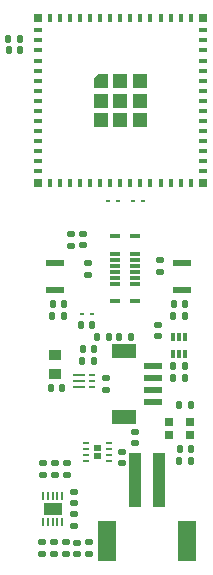
<source format=gbr>
%TF.GenerationSoftware,KiCad,Pcbnew,9.0.7-9.0.7~ubuntu22.04.1*%
%TF.CreationDate,2026-02-08T22:50:42-07:00*%
%TF.ProjectId,ESP32-S3-MINI-1_UU,45535033-322d-4533-932d-4d494e492d31,rev?*%
%TF.SameCoordinates,Original*%
%TF.FileFunction,Paste,Top*%
%TF.FilePolarity,Positive*%
%FSLAX46Y46*%
G04 Gerber Fmt 4.6, Leading zero omitted, Abs format (unit mm)*
G04 Created by KiCad (PCBNEW 9.0.7-9.0.7~ubuntu22.04.1) date 2026-02-08 22:50:42*
%MOMM*%
%LPD*%
G01*
G04 APERTURE LIST*
G04 Aperture macros list*
%AMRoundRect*
0 Rectangle with rounded corners*
0 $1 Rounding radius*
0 $2 $3 $4 $5 $6 $7 $8 $9 X,Y pos of 4 corners*
0 Add a 4 corners polygon primitive as box body*
4,1,4,$2,$3,$4,$5,$6,$7,$8,$9,$2,$3,0*
0 Add four circle primitives for the rounded corners*
1,1,$1+$1,$2,$3*
1,1,$1+$1,$4,$5*
1,1,$1+$1,$6,$7*
1,1,$1+$1,$8,$9*
0 Add four rect primitives between the rounded corners*
20,1,$1+$1,$2,$3,$4,$5,0*
20,1,$1+$1,$4,$5,$6,$7,0*
20,1,$1+$1,$6,$7,$8,$9,0*
20,1,$1+$1,$8,$9,$2,$3,0*%
%AMOutline5P*
0 Free polygon, 5 corners , with rotation*
0 The origin of the aperture is its center*
0 number of corners: always 5*
0 $1 to $10 corner X, Y*
0 $11 Rotation angle, in degrees counterclockwise*
0 create outline with 5 corners*
4,1,5,$1,$2,$3,$4,$5,$6,$7,$8,$9,$10,$1,$2,$11*%
%AMOutline6P*
0 Free polygon, 6 corners , with rotation*
0 The origin of the aperture is its center*
0 number of corners: always 6*
0 $1 to $12 corner X, Y*
0 $13 Rotation angle, in degrees counterclockwise*
0 create outline with 6 corners*
4,1,6,$1,$2,$3,$4,$5,$6,$7,$8,$9,$10,$11,$12,$1,$2,$13*%
%AMOutline7P*
0 Free polygon, 7 corners , with rotation*
0 The origin of the aperture is its center*
0 number of corners: always 7*
0 $1 to $14 corner X, Y*
0 $15 Rotation angle, in degrees counterclockwise*
0 create outline with 7 corners*
4,1,7,$1,$2,$3,$4,$5,$6,$7,$8,$9,$10,$11,$12,$13,$14,$1,$2,$15*%
%AMOutline8P*
0 Free polygon, 8 corners , with rotation*
0 The origin of the aperture is its center*
0 number of corners: always 8*
0 $1 to $16 corner X, Y*
0 $17 Rotation angle, in degrees counterclockwise*
0 create outline with 8 corners*
4,1,8,$1,$2,$3,$4,$5,$6,$7,$8,$9,$10,$11,$12,$13,$14,$15,$16,$1,$2,$17*%
G04 Aperture macros list end*
%ADD10C,0.000000*%
%ADD11RoundRect,0.140000X0.170000X-0.140000X0.170000X0.140000X-0.170000X0.140000X-0.170000X-0.140000X0*%
%ADD12RoundRect,0.140000X-0.170000X0.140000X-0.170000X-0.140000X0.170000X-0.140000X0.170000X0.140000X0*%
%ADD13RoundRect,0.140000X0.140000X0.170000X-0.140000X0.170000X-0.140000X-0.170000X0.140000X-0.170000X0*%
%ADD14RoundRect,0.140000X-0.140000X-0.170000X0.140000X-0.170000X0.140000X0.170000X-0.140000X0.170000X0*%
%ADD15RoundRect,0.135000X0.135000X0.185000X-0.135000X0.185000X-0.135000X-0.185000X0.135000X-0.185000X0*%
%ADD16RoundRect,0.135000X0.185000X-0.135000X0.185000X0.135000X-0.185000X0.135000X-0.185000X-0.135000X0*%
%ADD17RoundRect,0.135000X-0.185000X0.135000X-0.185000X-0.135000X0.185000X-0.135000X0.185000X0.135000X0*%
%ADD18RoundRect,0.062500X-0.117500X-0.062500X0.117500X-0.062500X0.117500X0.062500X-0.117500X0.062500X0*%
%ADD19RoundRect,0.062500X0.117500X0.062500X-0.117500X0.062500X-0.117500X-0.062500X0.117500X-0.062500X0*%
%ADD20R,1.000000X0.900000*%
%ADD21R,0.700000X0.700000*%
%ADD22RoundRect,0.147500X0.147500X0.172500X-0.147500X0.172500X-0.147500X-0.172500X0.147500X-0.172500X0*%
%ADD23RoundRect,0.147500X0.172500X-0.147500X0.172500X0.147500X-0.172500X0.147500X-0.172500X-0.147500X0*%
%ADD24RoundRect,0.135000X-0.135000X-0.185000X0.135000X-0.185000X0.135000X0.185000X-0.135000X0.185000X0*%
%ADD25R,1.550000X0.600000*%
%ADD26R,2.000000X1.200000*%
%ADD27R,0.630000X0.270000*%
%ADD28R,1.000000X4.600000*%
%ADD29R,1.600000X3.400000*%
%ADD30RoundRect,0.147500X-0.172500X0.147500X-0.172500X-0.147500X0.172500X-0.147500X0.172500X0.147500X0*%
%ADD31R,0.800000X0.400000*%
%ADD32R,0.400000X0.800000*%
%ADD33Outline5P,-0.600000X0.204000X-0.204000X0.600000X0.600000X0.600000X0.600000X-0.600000X-0.600000X-0.600000X0.000000*%
%ADD34R,1.200000X1.200000*%
%ADD35R,0.800000X0.800000*%
%ADD36R,1.650000X0.500000*%
%ADD37RoundRect,0.087500X0.087500X-0.250000X0.087500X0.250000X-0.087500X0.250000X-0.087500X-0.250000X0*%
%ADD38R,0.870000X0.300000*%
%ADD39R,0.600000X0.250000*%
%ADD40R,1.000000X0.200000*%
%ADD41R,0.200000X0.750000*%
%ADD42R,1.600000X1.000000*%
G04 APERTURE END LIST*
D10*
%TO.C,U3*%
G36*
X198370000Y-106131130D02*
G01*
X197730000Y-106131130D01*
X197730000Y-105631130D01*
X198370000Y-105631130D01*
X198370000Y-106131130D01*
G37*
G36*
X198370000Y-106811130D02*
G01*
X197730000Y-106811130D01*
X197730000Y-106311130D01*
X198370000Y-106311130D01*
X198370000Y-106811130D01*
G37*
%TD*%
D11*
%TO.C,C14*%
X203200000Y-96460000D03*
X203200000Y-95500000D03*
%TD*%
D12*
%TO.C,C15*%
X200100000Y-106250000D03*
X200100000Y-107210000D03*
%TD*%
D11*
%TO.C,C7*%
X201250000Y-104520000D03*
X201250000Y-105480000D03*
%TD*%
D13*
%TO.C,C13*%
X205960000Y-107000000D03*
X205000000Y-107000000D03*
%TD*%
D14*
%TO.C,C11*%
X205020000Y-106000000D03*
X205980000Y-106000000D03*
%TD*%
D15*
%TO.C,R14*%
X205510000Y-99000000D03*
X204490000Y-99000000D03*
%TD*%
D16*
%TO.C,R9*%
X195460000Y-108210000D03*
X195460000Y-107190000D03*
%TD*%
D17*
%TO.C,TH1*%
X193360000Y-113890000D03*
X193360000Y-114910000D03*
%TD*%
D18*
%TO.C,D7*%
X201920000Y-85000000D03*
X201080000Y-85000000D03*
%TD*%
D19*
%TO.C,D8*%
X198980000Y-85000000D03*
X199820000Y-85000000D03*
%TD*%
D20*
%TO.C,L1*%
X194500000Y-99662500D03*
X194500000Y-98062500D03*
%TD*%
D11*
%TO.C,C8*%
X196060000Y-112480000D03*
X196060000Y-111520000D03*
%TD*%
D13*
%TO.C,C12*%
X205480000Y-93750000D03*
X204520000Y-93750000D03*
%TD*%
D21*
%TO.C,D6*%
X205915000Y-104800000D03*
X205915000Y-103700000D03*
X204085000Y-103700000D03*
X204085000Y-104800000D03*
%TD*%
D13*
%TO.C,C5*%
X195067500Y-100862500D03*
X194107500Y-100862500D03*
%TD*%
D22*
%TO.C,D4*%
X200870000Y-96500000D03*
X199900000Y-96500000D03*
%TD*%
D17*
%TO.C,R2*%
X194360000Y-113890000D03*
X194360000Y-114910000D03*
%TD*%
%TO.C,R4*%
X203385000Y-89990000D03*
X203385000Y-91010000D03*
%TD*%
D23*
%TO.C,D5*%
X196800000Y-88720000D03*
X196800000Y-87750000D03*
%TD*%
D17*
%TO.C,R12*%
X195800000Y-87750000D03*
X195800000Y-88770000D03*
%TD*%
%TO.C,R3*%
X195360000Y-113890000D03*
X195360000Y-114910000D03*
%TD*%
D24*
%TO.C,R13*%
X194240000Y-94750000D03*
X195260000Y-94750000D03*
%TD*%
D14*
%TO.C,C9*%
X196655000Y-95500000D03*
X197615000Y-95500000D03*
%TD*%
D25*
%TO.C,J3*%
X202761000Y-102000000D03*
X202761000Y-101000000D03*
X202761000Y-100000000D03*
X202761000Y-99000000D03*
D26*
X200336000Y-103300000D03*
X200336000Y-97700000D03*
%TD*%
D27*
%TO.C,U3*%
X199040000Y-106971130D03*
X199040000Y-106471130D03*
X199040000Y-105971130D03*
X199040000Y-105471130D03*
X197060000Y-105471130D03*
X197060000Y-105971130D03*
X197060000Y-106471130D03*
X197060000Y-106971130D03*
%TD*%
D15*
%TO.C,R16*%
X205510000Y-100000000D03*
X204490000Y-100000000D03*
%TD*%
D16*
%TO.C,R5*%
X197250000Y-91260000D03*
X197250000Y-90240000D03*
%TD*%
D18*
%TO.C,D1*%
X197635000Y-94550000D03*
X196795000Y-94550000D03*
%TD*%
D28*
%TO.C,J1*%
X203250000Y-108600000D03*
X201250000Y-108600000D03*
D29*
X205650000Y-113800000D03*
X198850000Y-113800000D03*
%TD*%
D13*
%TO.C,C4*%
X191500000Y-72250000D03*
X190540000Y-72250000D03*
%TD*%
D17*
%TO.C,R1*%
X198750000Y-99940000D03*
X198750000Y-100960000D03*
%TD*%
D30*
%TO.C,D3*%
X196360000Y-113915000D03*
X196360000Y-114885000D03*
%TD*%
D12*
%TO.C,C6*%
X196060000Y-109620000D03*
X196060000Y-110580000D03*
%TD*%
D14*
%TO.C,C1*%
X196810000Y-97500000D03*
X197770000Y-97500000D03*
%TD*%
D16*
%TO.C,R10*%
X197360000Y-114910000D03*
X197360000Y-113890000D03*
%TD*%
D15*
%TO.C,R15*%
X206010000Y-102250000D03*
X204990000Y-102250000D03*
%TD*%
D31*
%TO.C,U2*%
X193000000Y-70550000D03*
X193000000Y-71400000D03*
X193000000Y-72250000D03*
X193000000Y-73100000D03*
X193000000Y-73950000D03*
X193000000Y-74800000D03*
X193000000Y-75650000D03*
X193000000Y-76500000D03*
X193000000Y-77350000D03*
X193000000Y-78200000D03*
X193000000Y-79050000D03*
X193000000Y-79900000D03*
X193000000Y-80750000D03*
X193000000Y-81600000D03*
X193000000Y-82450000D03*
D32*
X194050000Y-83500000D03*
X194900000Y-83500000D03*
X195750000Y-83500000D03*
X196600000Y-83500000D03*
X197450000Y-83500000D03*
X198300000Y-83500000D03*
X199150000Y-83500000D03*
X200000000Y-83500000D03*
X200850000Y-83500000D03*
X201700000Y-83500000D03*
X202550000Y-83500000D03*
X203400000Y-83500000D03*
X204250000Y-83500000D03*
X205100000Y-83500000D03*
X205950000Y-83500000D03*
D31*
X207000000Y-82450000D03*
X207000000Y-81600000D03*
X207000000Y-80750000D03*
X207000000Y-79900000D03*
X207000000Y-79050000D03*
X207000000Y-78200000D03*
X207000000Y-77350000D03*
X207000000Y-76500000D03*
X207000000Y-75650000D03*
X207000000Y-74800000D03*
X207000000Y-73950000D03*
X207000000Y-73100000D03*
X207000000Y-72250000D03*
X207000000Y-71400000D03*
X207000000Y-70550000D03*
D32*
X205950000Y-69500000D03*
X205100000Y-69500000D03*
X204250000Y-69500000D03*
X203400000Y-69500000D03*
X202550000Y-69500000D03*
X201700000Y-69500000D03*
X200850000Y-69500000D03*
X200000000Y-69500000D03*
X199150000Y-69500000D03*
X198300000Y-69500000D03*
X197450000Y-69500000D03*
X196600000Y-69500000D03*
X195750000Y-69500000D03*
X194900000Y-69500000D03*
X194050000Y-69500000D03*
D33*
X198350000Y-74850000D03*
D34*
X198350000Y-76500000D03*
X198350000Y-78150000D03*
X200000000Y-74850000D03*
X200000000Y-76500000D03*
X200000000Y-78150000D03*
X201650000Y-74850000D03*
X201650000Y-76500000D03*
X201650000Y-78150000D03*
D35*
X193000000Y-69500000D03*
X193000000Y-83500000D03*
X207000000Y-83500000D03*
X207000000Y-69500000D03*
%TD*%
D36*
%TO.C,S1*%
X194500000Y-90250000D03*
X194500000Y-92550000D03*
%TD*%
D14*
%TO.C,C10*%
X194270000Y-93750000D03*
X195230000Y-93750000D03*
%TD*%
D24*
%TO.C,R11*%
X197990000Y-96500000D03*
X199010000Y-96500000D03*
%TD*%
D37*
%TO.C,U4*%
X204500000Y-97912500D03*
X205000000Y-97912500D03*
X205500000Y-97912500D03*
X205500000Y-96487500D03*
X205000000Y-96487500D03*
X204500000Y-96487500D03*
%TD*%
D24*
%TO.C,R17*%
X204490000Y-94750000D03*
X205510000Y-94750000D03*
%TD*%
D13*
%TO.C,C3*%
X191480000Y-71250000D03*
X190520000Y-71250000D03*
%TD*%
D14*
%TO.C,C2*%
X196790000Y-98500000D03*
X197750000Y-98500000D03*
%TD*%
D38*
%TO.C,J2*%
X199520000Y-93500000D03*
X199520000Y-92000000D03*
X199520000Y-91500000D03*
X199520000Y-91000000D03*
X199520000Y-90500000D03*
X199520000Y-90000000D03*
X199520000Y-89500000D03*
X199520000Y-88000000D03*
X201250000Y-88000000D03*
X201250000Y-89500000D03*
X201250000Y-90000000D03*
X201250000Y-90500000D03*
X201250000Y-91000000D03*
X201250000Y-91500000D03*
X201250000Y-92000000D03*
X201250000Y-93500000D03*
%TD*%
D16*
%TO.C,R8*%
X193460000Y-108210000D03*
X193460000Y-107190000D03*
%TD*%
D36*
%TO.C,S2*%
X205250000Y-90250000D03*
X205250000Y-92550000D03*
%TD*%
D39*
%TO.C,IC1*%
X197600000Y-100750000D03*
X197600000Y-100250000D03*
X197600000Y-99750000D03*
D40*
X196500000Y-99750000D03*
X196500000Y-100250000D03*
X196500000Y-100750000D03*
%TD*%
D23*
%TO.C,D2*%
X194460000Y-108185000D03*
X194460000Y-107215000D03*
%TD*%
D41*
%TO.C,IC2*%
X195060000Y-110000000D03*
X194660000Y-110000000D03*
X194260000Y-110000000D03*
X193860000Y-110000000D03*
X193460000Y-110000000D03*
X193460000Y-112200000D03*
X193860000Y-112200000D03*
X194260000Y-112200000D03*
X194660000Y-112200000D03*
X195060000Y-112200000D03*
D42*
X194260000Y-111100000D03*
%TD*%
M02*

</source>
